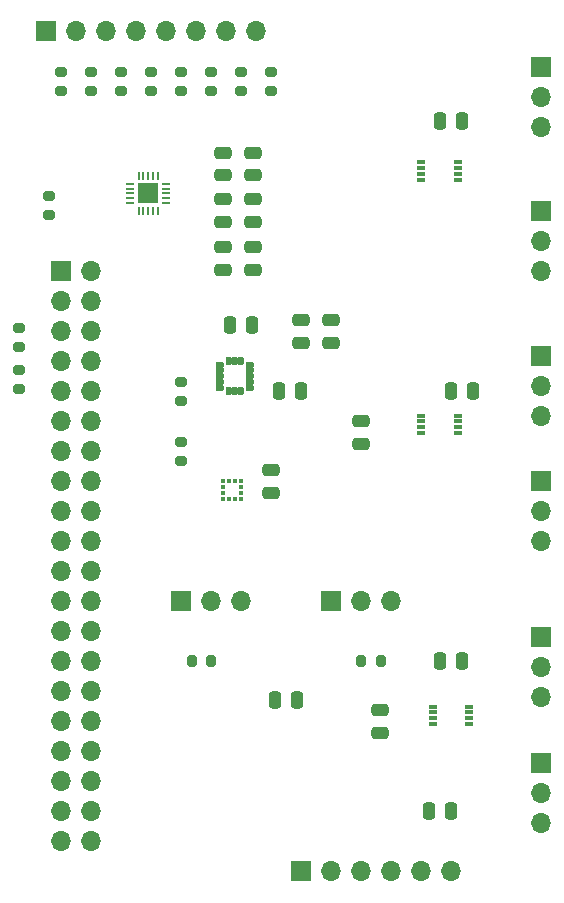
<source format=gts>
%TF.GenerationSoftware,KiCad,Pcbnew,7.0.1-0*%
%TF.CreationDate,2024-03-21T16:56:53-04:00*%
%TF.ProjectId,pihat,70696861-742e-46b6-9963-61645f706362,rev?*%
%TF.SameCoordinates,Original*%
%TF.FileFunction,Soldermask,Top*%
%TF.FilePolarity,Negative*%
%FSLAX46Y46*%
G04 Gerber Fmt 4.6, Leading zero omitted, Abs format (unit mm)*
G04 Created by KiCad (PCBNEW 7.0.1-0) date 2024-03-21 16:56:53*
%MOMM*%
%LPD*%
G01*
G04 APERTURE LIST*
G04 Aperture macros list*
%AMRoundRect*
0 Rectangle with rounded corners*
0 $1 Rounding radius*
0 $2 $3 $4 $5 $6 $7 $8 $9 X,Y pos of 4 corners*
0 Add a 4 corners polygon primitive as box body*
4,1,4,$2,$3,$4,$5,$6,$7,$8,$9,$2,$3,0*
0 Add four circle primitives for the rounded corners*
1,1,$1+$1,$2,$3*
1,1,$1+$1,$4,$5*
1,1,$1+$1,$6,$7*
1,1,$1+$1,$8,$9*
0 Add four rect primitives between the rounded corners*
20,1,$1+$1,$2,$3,$4,$5,0*
20,1,$1+$1,$4,$5,$6,$7,0*
20,1,$1+$1,$6,$7,$8,$9,0*
20,1,$1+$1,$8,$9,$2,$3,0*%
G04 Aperture macros list end*
%ADD10R,0.800000X0.300000*%
%ADD11RoundRect,0.200000X0.200000X0.275000X-0.200000X0.275000X-0.200000X-0.275000X0.200000X-0.275000X0*%
%ADD12RoundRect,0.200000X0.275000X-0.200000X0.275000X0.200000X-0.275000X0.200000X-0.275000X-0.200000X0*%
%ADD13R,1.700000X1.700000*%
%ADD14O,1.700000X1.700000*%
%ADD15R,0.330200X0.304800*%
%ADD16R,0.304800X0.330200*%
%ADD17RoundRect,0.250000X0.475000X-0.250000X0.475000X0.250000X-0.475000X0.250000X-0.475000X-0.250000X0*%
%ADD18RoundRect,0.250000X-0.250000X-0.475000X0.250000X-0.475000X0.250000X0.475000X-0.250000X0.475000X0*%
%ADD19RoundRect,0.116000X-0.231000X-0.161000X0.231000X-0.161000X0.231000X0.161000X-0.231000X0.161000X0*%
%ADD20RoundRect,0.116000X0.161000X-0.231000X0.161000X0.231000X-0.161000X0.231000X-0.161000X-0.231000X0*%
%ADD21RoundRect,0.116000X0.231000X0.161000X-0.231000X0.161000X-0.231000X-0.161000X0.231000X-0.161000X0*%
%ADD22RoundRect,0.116000X-0.161000X0.231000X-0.161000X-0.231000X0.161000X-0.231000X0.161000X0.231000X0*%
%ADD23R,0.800000X0.200000*%
%ADD24R,0.200000X0.800000*%
%ADD25R,1.800000X1.800000*%
%ADD26RoundRect,0.200000X-0.275000X0.200000X-0.275000X-0.200000X0.275000X-0.200000X0.275000X0.200000X0*%
%ADD27RoundRect,0.250000X0.250000X0.475000X-0.250000X0.475000X-0.250000X-0.475000X0.250000X-0.475000X0*%
G04 APERTURE END LIST*
D10*
%TO.C,U1*%
X94540000Y-71006400D03*
X94540000Y-70506400D03*
X94540000Y-70006400D03*
X94540000Y-69506400D03*
X91440000Y-69506400D03*
X91440000Y-70006400D03*
X91440000Y-70506400D03*
X91440000Y-71006400D03*
%TD*%
D11*
%TO.C,R2*%
X73660000Y-111760000D03*
X72010000Y-111760000D03*
%TD*%
D12*
%TO.C,R8*%
X66040000Y-63500000D03*
X66040000Y-61850000D03*
%TD*%
D13*
%TO.C,J6*%
X101600000Y-120396000D03*
D14*
X101600000Y-122936000D03*
X101600000Y-125476000D03*
%TD*%
D10*
%TO.C,U5*%
X94540000Y-92440000D03*
X94540000Y-91940000D03*
X94540000Y-91440000D03*
X94540000Y-90940000D03*
X91440000Y-90940000D03*
X91440000Y-91440000D03*
X91440000Y-91940000D03*
X91440000Y-92440000D03*
%TD*%
D15*
%TO.C,U4*%
X74680201Y-96519999D03*
X74680201Y-97020000D03*
X74680201Y-97520000D03*
X74680201Y-98020001D03*
D16*
X75190100Y-98029899D03*
X75690100Y-98029899D03*
D15*
X76199999Y-98020001D03*
X76199999Y-97520000D03*
X76199999Y-97020000D03*
X76199999Y-96519999D03*
D16*
X75690100Y-96510101D03*
X75190100Y-96510101D03*
%TD*%
D17*
%TO.C,C1*%
X78740000Y-97470000D03*
X78740000Y-95570000D03*
%TD*%
D13*
%TO.C,U2*%
X71120000Y-106680000D03*
D14*
X73660000Y-106680000D03*
X76200000Y-106680000D03*
%TD*%
D12*
%TO.C,R9*%
X63500000Y-63500000D03*
X63500000Y-61850000D03*
%TD*%
D13*
%TO.C,J2*%
X101600000Y-73660000D03*
D14*
X101600000Y-76200000D03*
X101600000Y-78740000D03*
%TD*%
D12*
%TO.C,R13*%
X57404000Y-88709000D03*
X57404000Y-87059000D03*
%TD*%
D13*
%TO.C,J8*%
X81280000Y-129540000D03*
D14*
X83820000Y-129540000D03*
X86360000Y-129540000D03*
X88900000Y-129540000D03*
X91440000Y-129540000D03*
X93980000Y-129540000D03*
%TD*%
D18*
%TO.C,C14*%
X93030000Y-66040000D03*
X94930000Y-66040000D03*
%TD*%
%TO.C,C16*%
X93980000Y-88900000D03*
X95880000Y-88900000D03*
%TD*%
D17*
%TO.C,C5*%
X83820000Y-84770000D03*
X83820000Y-82870000D03*
%TD*%
D13*
%TO.C,J7*%
X101600000Y-109728000D03*
D14*
X101600000Y-112268000D03*
X101600000Y-114808000D03*
%TD*%
D19*
%TO.C,U6*%
X74440000Y-86620000D03*
X74440000Y-87120000D03*
X74440000Y-87620000D03*
X74440000Y-88120000D03*
X74440000Y-88620000D03*
D20*
X75200000Y-88880000D03*
X75700000Y-88880000D03*
X76200000Y-88880000D03*
D21*
X76960000Y-88620000D03*
X76960000Y-88120000D03*
X76960000Y-87620000D03*
X76960000Y-87120000D03*
X76960000Y-86620000D03*
D22*
X76200000Y-86360000D03*
X75700000Y-86360000D03*
X75200000Y-86360000D03*
%TD*%
D17*
%TO.C,C10*%
X77216000Y-70612000D03*
X77216000Y-68712000D03*
%TD*%
%TO.C,C9*%
X74676000Y-70612000D03*
X74676000Y-68712000D03*
%TD*%
D23*
%TO.C,IC1*%
X69826000Y-72936000D03*
X69826000Y-72536000D03*
X69826000Y-72136000D03*
X69826000Y-71736000D03*
X69826000Y-71336000D03*
D24*
X69126000Y-70636000D03*
X68726000Y-70636000D03*
X68326000Y-70636000D03*
X67926000Y-70636000D03*
X67526000Y-70636000D03*
D23*
X66826000Y-71336000D03*
X66826000Y-71736000D03*
X66826000Y-72136000D03*
X66826000Y-72536000D03*
X66826000Y-72936000D03*
D24*
X67526000Y-73636000D03*
X67926000Y-73636000D03*
X68326000Y-73636000D03*
X68726000Y-73636000D03*
X69126000Y-73636000D03*
D25*
X68326000Y-72136000D03*
%TD*%
D17*
%TO.C,C8*%
X77216000Y-74544000D03*
X77216000Y-72644000D03*
%TD*%
D13*
%TO.C,J9*%
X59705000Y-58420000D03*
D14*
X62245000Y-58420000D03*
X64785000Y-58420000D03*
X67325000Y-58420000D03*
X69865000Y-58420000D03*
X72405000Y-58420000D03*
X74945000Y-58420000D03*
X77485000Y-58420000D03*
%TD*%
D12*
%TO.C,R5*%
X73660000Y-63500000D03*
X73660000Y-61850000D03*
%TD*%
D17*
%TO.C,C17*%
X87950000Y-117790000D03*
X87950000Y-115890000D03*
%TD*%
D18*
%TO.C,C18*%
X93030000Y-111760000D03*
X94930000Y-111760000D03*
%TD*%
D17*
%TO.C,C12*%
X77216000Y-78608000D03*
X77216000Y-76708000D03*
%TD*%
D26*
%TO.C,R15*%
X71120000Y-88075000D03*
X71120000Y-89725000D03*
%TD*%
D17*
%TO.C,C7*%
X74676000Y-74544000D03*
X74676000Y-72644000D03*
%TD*%
D13*
%TO.C,J5*%
X101600000Y-85867000D03*
D14*
X101600000Y-88407000D03*
X101600000Y-90947000D03*
%TD*%
D12*
%TO.C,R14*%
X71120000Y-94805000D03*
X71120000Y-93155000D03*
%TD*%
D10*
%TO.C,U7*%
X95530000Y-117078000D03*
X95530000Y-116578000D03*
X95530000Y-116078000D03*
X95530000Y-115578000D03*
X92430000Y-115578000D03*
X92430000Y-116078000D03*
X92430000Y-116578000D03*
X92430000Y-117078000D03*
%TD*%
D17*
%TO.C,C4*%
X81280000Y-84770000D03*
X81280000Y-82870000D03*
%TD*%
D12*
%TO.C,R4*%
X76200000Y-63500000D03*
X76200000Y-61850000D03*
%TD*%
%TO.C,R12*%
X57404000Y-85153000D03*
X57404000Y-83503000D03*
%TD*%
D13*
%TO.C,J3*%
X101600000Y-61468000D03*
D14*
X101600000Y-64008000D03*
X101600000Y-66548000D03*
%TD*%
D17*
%TO.C,C15*%
X86360000Y-93340000D03*
X86360000Y-91440000D03*
%TD*%
D12*
%TO.C,R6*%
X71120000Y-63500000D03*
X71120000Y-61850000D03*
%TD*%
D18*
%TO.C,C6*%
X79380000Y-88900000D03*
X81280000Y-88900000D03*
%TD*%
D12*
%TO.C,R10*%
X60960000Y-63500000D03*
X60960000Y-61850000D03*
%TD*%
D13*
%TO.C,U3*%
X83820000Y-106680000D03*
D14*
X86360000Y-106680000D03*
X88900000Y-106680000D03*
%TD*%
D27*
%TO.C,C2*%
X93980000Y-124460000D03*
X92080000Y-124460000D03*
%TD*%
D11*
%TO.C,R1*%
X88010000Y-111760000D03*
X86360000Y-111760000D03*
%TD*%
D17*
%TO.C,C11*%
X74676000Y-78608000D03*
X74676000Y-76708000D03*
%TD*%
D12*
%TO.C,R7*%
X68580000Y-63500000D03*
X68580000Y-61850000D03*
%TD*%
D18*
%TO.C,C13*%
X79050000Y-115000000D03*
X80950000Y-115000000D03*
%TD*%
D26*
%TO.C,R11*%
X59944000Y-72327000D03*
X59944000Y-73977000D03*
%TD*%
D18*
%TO.C,C3*%
X75250000Y-83312000D03*
X77150000Y-83312000D03*
%TD*%
D12*
%TO.C,R3*%
X78740000Y-63500000D03*
X78740000Y-61850000D03*
%TD*%
D13*
%TO.C,J4*%
X101600000Y-96520000D03*
D14*
X101600000Y-99060000D03*
X101600000Y-101600000D03*
%TD*%
D13*
%TO.C,J1*%
X60960000Y-78740000D03*
D14*
X63500000Y-78740000D03*
X60960000Y-81280000D03*
X63500000Y-81280000D03*
X60960000Y-83820000D03*
X63500000Y-83820000D03*
X60960000Y-86360000D03*
X63500000Y-86360000D03*
X60960000Y-88900000D03*
X63500000Y-88900000D03*
X60960000Y-91440000D03*
X63500000Y-91440000D03*
X60960000Y-93980000D03*
X63500000Y-93980000D03*
X60960000Y-96520000D03*
X63500000Y-96520000D03*
X60960000Y-99060000D03*
X63500000Y-99060000D03*
X60960000Y-101600000D03*
X63500000Y-101600000D03*
X60960000Y-104140000D03*
X63500000Y-104140000D03*
X60960000Y-106680000D03*
X63500000Y-106680000D03*
X60960000Y-109220000D03*
X63500000Y-109220000D03*
X60960000Y-111760000D03*
X63500000Y-111760000D03*
X60960000Y-114300000D03*
X63500000Y-114300000D03*
X60960000Y-116840000D03*
X63500000Y-116840000D03*
X60960000Y-119380000D03*
X63500000Y-119380000D03*
X60960000Y-121920000D03*
X63500000Y-121920000D03*
X60960000Y-124460000D03*
X63500000Y-124460000D03*
X60960000Y-127000000D03*
X63500000Y-127000000D03*
%TD*%
M02*

</source>
